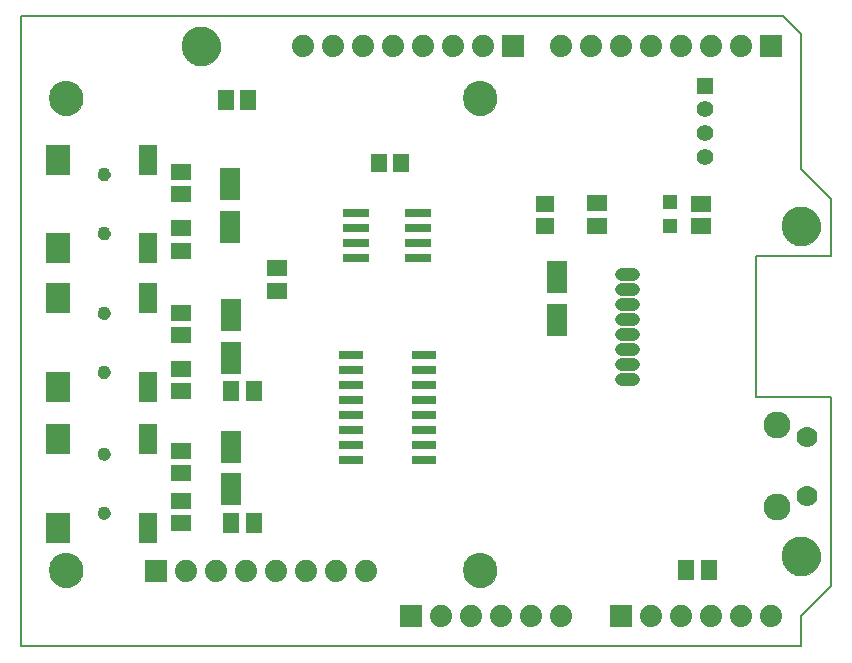
<source format=gts>
G75*
G70*
%OFA0B0*%
%FSLAX24Y24*%
%IPPOS*%
%LPD*%
%AMOC8*
5,1,8,0,0,1.08239X$1,22.5*
%
%ADD10C,0.0000*%
%ADD11C,0.1300*%
%ADD12C,0.0050*%
%ADD13R,0.0740X0.0740*%
%ADD14C,0.0740*%
%ADD15R,0.0631X0.0552*%
%ADD16R,0.0670X0.1064*%
%ADD17C,0.0900*%
%ADD18C,0.0700*%
%ADD19R,0.0552X0.0670*%
%ADD20R,0.0827X0.1024*%
%ADD21R,0.0631X0.1024*%
%ADD22C,0.0434*%
%ADD23R,0.0670X0.0552*%
%ADD24R,0.0555X0.0555*%
%ADD25C,0.0555*%
%ADD26R,0.0840X0.0300*%
%ADD27R,0.0512X0.0512*%
%ADD28C,0.1142*%
%ADD29C,0.0437*%
%ADD30R,0.0906X0.0276*%
%ADD31R,0.0552X0.0631*%
D10*
X004305Y003896D02*
X004307Y003943D01*
X004313Y003989D01*
X004323Y004035D01*
X004336Y004080D01*
X004354Y004123D01*
X004375Y004165D01*
X004399Y004205D01*
X004427Y004242D01*
X004458Y004277D01*
X004492Y004310D01*
X004528Y004339D01*
X004567Y004365D01*
X004608Y004388D01*
X004651Y004407D01*
X004695Y004423D01*
X004740Y004435D01*
X004786Y004443D01*
X004833Y004447D01*
X004879Y004447D01*
X004926Y004443D01*
X004972Y004435D01*
X005017Y004423D01*
X005061Y004407D01*
X005104Y004388D01*
X005145Y004365D01*
X005184Y004339D01*
X005220Y004310D01*
X005254Y004277D01*
X005285Y004242D01*
X005313Y004205D01*
X005337Y004165D01*
X005358Y004123D01*
X005376Y004080D01*
X005389Y004035D01*
X005399Y003989D01*
X005405Y003943D01*
X005407Y003896D01*
X005405Y003849D01*
X005399Y003803D01*
X005389Y003757D01*
X005376Y003712D01*
X005358Y003669D01*
X005337Y003627D01*
X005313Y003587D01*
X005285Y003550D01*
X005254Y003515D01*
X005220Y003482D01*
X005184Y003453D01*
X005145Y003427D01*
X005104Y003404D01*
X005061Y003385D01*
X005017Y003369D01*
X004972Y003357D01*
X004926Y003349D01*
X004879Y003345D01*
X004833Y003345D01*
X004786Y003349D01*
X004740Y003357D01*
X004695Y003369D01*
X004651Y003385D01*
X004608Y003404D01*
X004567Y003427D01*
X004528Y003453D01*
X004492Y003482D01*
X004458Y003515D01*
X004427Y003550D01*
X004399Y003587D01*
X004375Y003627D01*
X004354Y003669D01*
X004336Y003712D01*
X004323Y003757D01*
X004313Y003803D01*
X004307Y003849D01*
X004305Y003896D01*
X005919Y005811D02*
X005921Y005838D01*
X005927Y005865D01*
X005936Y005891D01*
X005949Y005915D01*
X005965Y005938D01*
X005984Y005957D01*
X006006Y005974D01*
X006030Y005988D01*
X006055Y005998D01*
X006082Y006005D01*
X006109Y006008D01*
X006137Y006007D01*
X006164Y006002D01*
X006190Y005994D01*
X006214Y005982D01*
X006237Y005966D01*
X006258Y005948D01*
X006275Y005927D01*
X006290Y005903D01*
X006301Y005878D01*
X006309Y005852D01*
X006313Y005825D01*
X006313Y005797D01*
X006309Y005770D01*
X006301Y005744D01*
X006290Y005719D01*
X006275Y005695D01*
X006258Y005674D01*
X006237Y005656D01*
X006215Y005640D01*
X006190Y005628D01*
X006164Y005620D01*
X006137Y005615D01*
X006109Y005614D01*
X006082Y005617D01*
X006055Y005624D01*
X006030Y005634D01*
X006006Y005648D01*
X005984Y005665D01*
X005965Y005684D01*
X005949Y005707D01*
X005936Y005731D01*
X005927Y005757D01*
X005921Y005784D01*
X005919Y005811D01*
X005919Y007780D02*
X005921Y007807D01*
X005927Y007834D01*
X005936Y007860D01*
X005949Y007884D01*
X005965Y007907D01*
X005984Y007926D01*
X006006Y007943D01*
X006030Y007957D01*
X006055Y007967D01*
X006082Y007974D01*
X006109Y007977D01*
X006137Y007976D01*
X006164Y007971D01*
X006190Y007963D01*
X006214Y007951D01*
X006237Y007935D01*
X006258Y007917D01*
X006275Y007896D01*
X006290Y007872D01*
X006301Y007847D01*
X006309Y007821D01*
X006313Y007794D01*
X006313Y007766D01*
X006309Y007739D01*
X006301Y007713D01*
X006290Y007688D01*
X006275Y007664D01*
X006258Y007643D01*
X006237Y007625D01*
X006215Y007609D01*
X006190Y007597D01*
X006164Y007589D01*
X006137Y007584D01*
X006109Y007583D01*
X006082Y007586D01*
X006055Y007593D01*
X006030Y007603D01*
X006006Y007617D01*
X005984Y007634D01*
X005965Y007653D01*
X005949Y007676D01*
X005936Y007700D01*
X005927Y007726D01*
X005921Y007753D01*
X005919Y007780D01*
X005919Y010501D02*
X005921Y010528D01*
X005927Y010555D01*
X005936Y010581D01*
X005949Y010605D01*
X005965Y010628D01*
X005984Y010647D01*
X006006Y010664D01*
X006030Y010678D01*
X006055Y010688D01*
X006082Y010695D01*
X006109Y010698D01*
X006137Y010697D01*
X006164Y010692D01*
X006190Y010684D01*
X006214Y010672D01*
X006237Y010656D01*
X006258Y010638D01*
X006275Y010617D01*
X006290Y010593D01*
X006301Y010568D01*
X006309Y010542D01*
X006313Y010515D01*
X006313Y010487D01*
X006309Y010460D01*
X006301Y010434D01*
X006290Y010409D01*
X006275Y010385D01*
X006258Y010364D01*
X006237Y010346D01*
X006215Y010330D01*
X006190Y010318D01*
X006164Y010310D01*
X006137Y010305D01*
X006109Y010304D01*
X006082Y010307D01*
X006055Y010314D01*
X006030Y010324D01*
X006006Y010338D01*
X005984Y010355D01*
X005965Y010374D01*
X005949Y010397D01*
X005936Y010421D01*
X005927Y010447D01*
X005921Y010474D01*
X005919Y010501D01*
X005919Y012469D02*
X005921Y012496D01*
X005927Y012523D01*
X005936Y012549D01*
X005949Y012573D01*
X005965Y012596D01*
X005984Y012615D01*
X006006Y012632D01*
X006030Y012646D01*
X006055Y012656D01*
X006082Y012663D01*
X006109Y012666D01*
X006137Y012665D01*
X006164Y012660D01*
X006190Y012652D01*
X006214Y012640D01*
X006237Y012624D01*
X006258Y012606D01*
X006275Y012585D01*
X006290Y012561D01*
X006301Y012536D01*
X006309Y012510D01*
X006313Y012483D01*
X006313Y012455D01*
X006309Y012428D01*
X006301Y012402D01*
X006290Y012377D01*
X006275Y012353D01*
X006258Y012332D01*
X006237Y012314D01*
X006215Y012298D01*
X006190Y012286D01*
X006164Y012278D01*
X006137Y012273D01*
X006109Y012272D01*
X006082Y012275D01*
X006055Y012282D01*
X006030Y012292D01*
X006006Y012306D01*
X005984Y012323D01*
X005965Y012342D01*
X005949Y012365D01*
X005936Y012389D01*
X005927Y012415D01*
X005921Y012442D01*
X005919Y012469D01*
X005919Y015128D02*
X005921Y015155D01*
X005927Y015182D01*
X005936Y015208D01*
X005949Y015232D01*
X005965Y015255D01*
X005984Y015274D01*
X006006Y015291D01*
X006030Y015305D01*
X006055Y015315D01*
X006082Y015322D01*
X006109Y015325D01*
X006137Y015324D01*
X006164Y015319D01*
X006190Y015311D01*
X006214Y015299D01*
X006237Y015283D01*
X006258Y015265D01*
X006275Y015244D01*
X006290Y015220D01*
X006301Y015195D01*
X006309Y015169D01*
X006313Y015142D01*
X006313Y015114D01*
X006309Y015087D01*
X006301Y015061D01*
X006290Y015036D01*
X006275Y015012D01*
X006258Y014991D01*
X006237Y014973D01*
X006215Y014957D01*
X006190Y014945D01*
X006164Y014937D01*
X006137Y014932D01*
X006109Y014931D01*
X006082Y014934D01*
X006055Y014941D01*
X006030Y014951D01*
X006006Y014965D01*
X005984Y014982D01*
X005965Y015001D01*
X005949Y015024D01*
X005936Y015048D01*
X005927Y015074D01*
X005921Y015101D01*
X005919Y015128D01*
X005919Y017096D02*
X005921Y017123D01*
X005927Y017150D01*
X005936Y017176D01*
X005949Y017200D01*
X005965Y017223D01*
X005984Y017242D01*
X006006Y017259D01*
X006030Y017273D01*
X006055Y017283D01*
X006082Y017290D01*
X006109Y017293D01*
X006137Y017292D01*
X006164Y017287D01*
X006190Y017279D01*
X006214Y017267D01*
X006237Y017251D01*
X006258Y017233D01*
X006275Y017212D01*
X006290Y017188D01*
X006301Y017163D01*
X006309Y017137D01*
X006313Y017110D01*
X006313Y017082D01*
X006309Y017055D01*
X006301Y017029D01*
X006290Y017004D01*
X006275Y016980D01*
X006258Y016959D01*
X006237Y016941D01*
X006215Y016925D01*
X006190Y016913D01*
X006164Y016905D01*
X006137Y016900D01*
X006109Y016899D01*
X006082Y016902D01*
X006055Y016909D01*
X006030Y016919D01*
X006006Y016933D01*
X005984Y016950D01*
X005965Y016969D01*
X005949Y016992D01*
X005936Y017016D01*
X005927Y017042D01*
X005921Y017069D01*
X005919Y017096D01*
X004305Y019629D02*
X004307Y019676D01*
X004313Y019722D01*
X004323Y019768D01*
X004336Y019813D01*
X004354Y019856D01*
X004375Y019898D01*
X004399Y019938D01*
X004427Y019975D01*
X004458Y020010D01*
X004492Y020043D01*
X004528Y020072D01*
X004567Y020098D01*
X004608Y020121D01*
X004651Y020140D01*
X004695Y020156D01*
X004740Y020168D01*
X004786Y020176D01*
X004833Y020180D01*
X004879Y020180D01*
X004926Y020176D01*
X004972Y020168D01*
X005017Y020156D01*
X005061Y020140D01*
X005104Y020121D01*
X005145Y020098D01*
X005184Y020072D01*
X005220Y020043D01*
X005254Y020010D01*
X005285Y019975D01*
X005313Y019938D01*
X005337Y019898D01*
X005358Y019856D01*
X005376Y019813D01*
X005389Y019768D01*
X005399Y019722D01*
X005405Y019676D01*
X005407Y019629D01*
X005405Y019582D01*
X005399Y019536D01*
X005389Y019490D01*
X005376Y019445D01*
X005358Y019402D01*
X005337Y019360D01*
X005313Y019320D01*
X005285Y019283D01*
X005254Y019248D01*
X005220Y019215D01*
X005184Y019186D01*
X005145Y019160D01*
X005104Y019137D01*
X005061Y019118D01*
X005017Y019102D01*
X004972Y019090D01*
X004926Y019082D01*
X004879Y019078D01*
X004833Y019078D01*
X004786Y019082D01*
X004740Y019090D01*
X004695Y019102D01*
X004651Y019118D01*
X004608Y019137D01*
X004567Y019160D01*
X004528Y019186D01*
X004492Y019215D01*
X004458Y019248D01*
X004427Y019283D01*
X004399Y019320D01*
X004375Y019360D01*
X004354Y019402D01*
X004336Y019445D01*
X004323Y019490D01*
X004313Y019536D01*
X004307Y019582D01*
X004305Y019629D01*
X008730Y021360D02*
X008732Y021410D01*
X008738Y021460D01*
X008748Y021509D01*
X008762Y021557D01*
X008779Y021604D01*
X008800Y021649D01*
X008825Y021693D01*
X008853Y021734D01*
X008885Y021773D01*
X008919Y021810D01*
X008956Y021844D01*
X008996Y021874D01*
X009038Y021901D01*
X009082Y021925D01*
X009128Y021946D01*
X009175Y021962D01*
X009223Y021975D01*
X009273Y021984D01*
X009322Y021989D01*
X009373Y021990D01*
X009423Y021987D01*
X009472Y021980D01*
X009521Y021969D01*
X009569Y021954D01*
X009615Y021936D01*
X009660Y021914D01*
X009703Y021888D01*
X009744Y021859D01*
X009783Y021827D01*
X009819Y021792D01*
X009851Y021754D01*
X009881Y021714D01*
X009908Y021671D01*
X009931Y021627D01*
X009950Y021581D01*
X009966Y021533D01*
X009978Y021484D01*
X009986Y021435D01*
X009990Y021385D01*
X009990Y021335D01*
X009986Y021285D01*
X009978Y021236D01*
X009966Y021187D01*
X009950Y021139D01*
X009931Y021093D01*
X009908Y021049D01*
X009881Y021006D01*
X009851Y020966D01*
X009819Y020928D01*
X009783Y020893D01*
X009744Y020861D01*
X009703Y020832D01*
X009660Y020806D01*
X009615Y020784D01*
X009569Y020766D01*
X009521Y020751D01*
X009472Y020740D01*
X009423Y020733D01*
X009373Y020730D01*
X009322Y020731D01*
X009273Y020736D01*
X009223Y020745D01*
X009175Y020758D01*
X009128Y020774D01*
X009082Y020795D01*
X009038Y020819D01*
X008996Y020846D01*
X008956Y020876D01*
X008919Y020910D01*
X008885Y020947D01*
X008853Y020986D01*
X008825Y021027D01*
X008800Y021071D01*
X008779Y021116D01*
X008762Y021163D01*
X008748Y021211D01*
X008738Y021260D01*
X008732Y021310D01*
X008730Y021360D01*
X018104Y019629D02*
X018106Y019676D01*
X018112Y019722D01*
X018122Y019768D01*
X018135Y019813D01*
X018153Y019856D01*
X018174Y019898D01*
X018198Y019938D01*
X018226Y019975D01*
X018257Y020010D01*
X018291Y020043D01*
X018327Y020072D01*
X018366Y020098D01*
X018407Y020121D01*
X018450Y020140D01*
X018494Y020156D01*
X018539Y020168D01*
X018585Y020176D01*
X018632Y020180D01*
X018678Y020180D01*
X018725Y020176D01*
X018771Y020168D01*
X018816Y020156D01*
X018860Y020140D01*
X018903Y020121D01*
X018944Y020098D01*
X018983Y020072D01*
X019019Y020043D01*
X019053Y020010D01*
X019084Y019975D01*
X019112Y019938D01*
X019136Y019898D01*
X019157Y019856D01*
X019175Y019813D01*
X019188Y019768D01*
X019198Y019722D01*
X019204Y019676D01*
X019206Y019629D01*
X019204Y019582D01*
X019198Y019536D01*
X019188Y019490D01*
X019175Y019445D01*
X019157Y019402D01*
X019136Y019360D01*
X019112Y019320D01*
X019084Y019283D01*
X019053Y019248D01*
X019019Y019215D01*
X018983Y019186D01*
X018944Y019160D01*
X018903Y019137D01*
X018860Y019118D01*
X018816Y019102D01*
X018771Y019090D01*
X018725Y019082D01*
X018678Y019078D01*
X018632Y019078D01*
X018585Y019082D01*
X018539Y019090D01*
X018494Y019102D01*
X018450Y019118D01*
X018407Y019137D01*
X018366Y019160D01*
X018327Y019186D01*
X018291Y019215D01*
X018257Y019248D01*
X018226Y019283D01*
X018198Y019320D01*
X018174Y019360D01*
X018153Y019402D01*
X018135Y019445D01*
X018122Y019490D01*
X018112Y019536D01*
X018106Y019582D01*
X018104Y019629D01*
X028730Y015360D02*
X028732Y015410D01*
X028738Y015460D01*
X028748Y015509D01*
X028762Y015557D01*
X028779Y015604D01*
X028800Y015649D01*
X028825Y015693D01*
X028853Y015734D01*
X028885Y015773D01*
X028919Y015810D01*
X028956Y015844D01*
X028996Y015874D01*
X029038Y015901D01*
X029082Y015925D01*
X029128Y015946D01*
X029175Y015962D01*
X029223Y015975D01*
X029273Y015984D01*
X029322Y015989D01*
X029373Y015990D01*
X029423Y015987D01*
X029472Y015980D01*
X029521Y015969D01*
X029569Y015954D01*
X029615Y015936D01*
X029660Y015914D01*
X029703Y015888D01*
X029744Y015859D01*
X029783Y015827D01*
X029819Y015792D01*
X029851Y015754D01*
X029881Y015714D01*
X029908Y015671D01*
X029931Y015627D01*
X029950Y015581D01*
X029966Y015533D01*
X029978Y015484D01*
X029986Y015435D01*
X029990Y015385D01*
X029990Y015335D01*
X029986Y015285D01*
X029978Y015236D01*
X029966Y015187D01*
X029950Y015139D01*
X029931Y015093D01*
X029908Y015049D01*
X029881Y015006D01*
X029851Y014966D01*
X029819Y014928D01*
X029783Y014893D01*
X029744Y014861D01*
X029703Y014832D01*
X029660Y014806D01*
X029615Y014784D01*
X029569Y014766D01*
X029521Y014751D01*
X029472Y014740D01*
X029423Y014733D01*
X029373Y014730D01*
X029322Y014731D01*
X029273Y014736D01*
X029223Y014745D01*
X029175Y014758D01*
X029128Y014774D01*
X029082Y014795D01*
X029038Y014819D01*
X028996Y014846D01*
X028956Y014876D01*
X028919Y014910D01*
X028885Y014947D01*
X028853Y014986D01*
X028825Y015027D01*
X028800Y015071D01*
X028779Y015116D01*
X028762Y015163D01*
X028748Y015211D01*
X028738Y015260D01*
X028732Y015310D01*
X028730Y015360D01*
X028730Y004360D02*
X028732Y004410D01*
X028738Y004460D01*
X028748Y004509D01*
X028762Y004557D01*
X028779Y004604D01*
X028800Y004649D01*
X028825Y004693D01*
X028853Y004734D01*
X028885Y004773D01*
X028919Y004810D01*
X028956Y004844D01*
X028996Y004874D01*
X029038Y004901D01*
X029082Y004925D01*
X029128Y004946D01*
X029175Y004962D01*
X029223Y004975D01*
X029273Y004984D01*
X029322Y004989D01*
X029373Y004990D01*
X029423Y004987D01*
X029472Y004980D01*
X029521Y004969D01*
X029569Y004954D01*
X029615Y004936D01*
X029660Y004914D01*
X029703Y004888D01*
X029744Y004859D01*
X029783Y004827D01*
X029819Y004792D01*
X029851Y004754D01*
X029881Y004714D01*
X029908Y004671D01*
X029931Y004627D01*
X029950Y004581D01*
X029966Y004533D01*
X029978Y004484D01*
X029986Y004435D01*
X029990Y004385D01*
X029990Y004335D01*
X029986Y004285D01*
X029978Y004236D01*
X029966Y004187D01*
X029950Y004139D01*
X029931Y004093D01*
X029908Y004049D01*
X029881Y004006D01*
X029851Y003966D01*
X029819Y003928D01*
X029783Y003893D01*
X029744Y003861D01*
X029703Y003832D01*
X029660Y003806D01*
X029615Y003784D01*
X029569Y003766D01*
X029521Y003751D01*
X029472Y003740D01*
X029423Y003733D01*
X029373Y003730D01*
X029322Y003731D01*
X029273Y003736D01*
X029223Y003745D01*
X029175Y003758D01*
X029128Y003774D01*
X029082Y003795D01*
X029038Y003819D01*
X028996Y003846D01*
X028956Y003876D01*
X028919Y003910D01*
X028885Y003947D01*
X028853Y003986D01*
X028825Y004027D01*
X028800Y004071D01*
X028779Y004116D01*
X028762Y004163D01*
X028748Y004211D01*
X028738Y004260D01*
X028732Y004310D01*
X028730Y004360D01*
X018104Y003896D02*
X018106Y003943D01*
X018112Y003989D01*
X018122Y004035D01*
X018135Y004080D01*
X018153Y004123D01*
X018174Y004165D01*
X018198Y004205D01*
X018226Y004242D01*
X018257Y004277D01*
X018291Y004310D01*
X018327Y004339D01*
X018366Y004365D01*
X018407Y004388D01*
X018450Y004407D01*
X018494Y004423D01*
X018539Y004435D01*
X018585Y004443D01*
X018632Y004447D01*
X018678Y004447D01*
X018725Y004443D01*
X018771Y004435D01*
X018816Y004423D01*
X018860Y004407D01*
X018903Y004388D01*
X018944Y004365D01*
X018983Y004339D01*
X019019Y004310D01*
X019053Y004277D01*
X019084Y004242D01*
X019112Y004205D01*
X019136Y004165D01*
X019157Y004123D01*
X019175Y004080D01*
X019188Y004035D01*
X019198Y003989D01*
X019204Y003943D01*
X019206Y003896D01*
X019204Y003849D01*
X019198Y003803D01*
X019188Y003757D01*
X019175Y003712D01*
X019157Y003669D01*
X019136Y003627D01*
X019112Y003587D01*
X019084Y003550D01*
X019053Y003515D01*
X019019Y003482D01*
X018983Y003453D01*
X018944Y003427D01*
X018903Y003404D01*
X018860Y003385D01*
X018816Y003369D01*
X018771Y003357D01*
X018725Y003349D01*
X018678Y003345D01*
X018632Y003345D01*
X018585Y003349D01*
X018539Y003357D01*
X018494Y003369D01*
X018450Y003385D01*
X018407Y003404D01*
X018366Y003427D01*
X018327Y003453D01*
X018291Y003482D01*
X018257Y003515D01*
X018226Y003550D01*
X018198Y003587D01*
X018174Y003627D01*
X018153Y003669D01*
X018135Y003712D01*
X018122Y003757D01*
X018112Y003803D01*
X018106Y003849D01*
X018104Y003896D01*
D11*
X029360Y004360D03*
X029360Y015360D03*
X009360Y021360D03*
D12*
X003360Y001360D02*
X029360Y001360D01*
X029360Y002360D01*
X030360Y003360D01*
X030360Y009660D01*
X027860Y009660D01*
X027860Y014360D01*
X030360Y014360D01*
X030360Y016260D01*
X029360Y017260D01*
X029360Y021760D01*
X028760Y022360D01*
X003360Y022360D01*
X003360Y001360D01*
D13*
X007843Y003873D03*
X016360Y002360D03*
X023360Y002360D03*
X019760Y021360D03*
X028360Y021360D03*
D14*
X027360Y021360D03*
X026360Y021360D03*
X025360Y021360D03*
X024360Y021360D03*
X023360Y021360D03*
X022360Y021360D03*
X021360Y021360D03*
X018760Y021360D03*
X017760Y021360D03*
X016760Y021360D03*
X015760Y021360D03*
X014760Y021360D03*
X013760Y021360D03*
X012760Y021360D03*
X012843Y003873D03*
X013843Y003873D03*
X014843Y003873D03*
X017360Y002360D03*
X018360Y002360D03*
X019360Y002360D03*
X020360Y002360D03*
X021360Y002360D03*
X024360Y002360D03*
X025360Y002360D03*
X026360Y002360D03*
X027360Y002360D03*
X028360Y002360D03*
X011843Y003873D03*
X010843Y003873D03*
X009843Y003873D03*
X008843Y003873D03*
D15*
X020810Y015361D03*
X020810Y016109D03*
D16*
X021219Y013668D03*
X021219Y012250D03*
X010360Y012408D03*
X010360Y010990D03*
X010360Y008014D03*
X010360Y006596D03*
X010311Y015349D03*
X010311Y016766D03*
D17*
X028563Y008750D03*
X028563Y005995D03*
D18*
X029548Y006388D03*
X029548Y008357D03*
D19*
X026283Y003921D03*
X025535Y003921D03*
X011109Y005479D03*
X010361Y005479D03*
X010361Y009860D03*
X011109Y009860D03*
X010934Y019560D03*
X010186Y019560D03*
D20*
X004608Y017588D03*
X004608Y014636D03*
X004608Y012961D03*
X004608Y010009D03*
X004608Y008272D03*
X004608Y005319D03*
D21*
X007592Y005319D03*
X007592Y008272D03*
X007592Y010009D03*
X007592Y012961D03*
X007592Y014636D03*
X007592Y017588D03*
D22*
X006116Y017096D03*
X006116Y015128D03*
X006116Y012469D03*
X006116Y010501D03*
X006116Y007780D03*
X006116Y005811D03*
D23*
X008679Y005467D03*
X008679Y006215D03*
X008679Y007132D03*
X008679Y007880D03*
X008679Y009861D03*
X008679Y010609D03*
X008679Y011740D03*
X008679Y012488D03*
X008679Y014550D03*
X008679Y015298D03*
X008679Y016429D03*
X008679Y017177D03*
X011905Y013959D03*
X011905Y013211D03*
X022560Y015386D03*
X022560Y016134D03*
X026020Y016124D03*
X026020Y015376D03*
D24*
X026173Y020048D03*
D25*
X026173Y019260D03*
X026173Y018473D03*
X026173Y017685D03*
D26*
X016784Y011089D03*
X016784Y010589D03*
X016784Y010089D03*
X016784Y009589D03*
X016784Y009089D03*
X016784Y008589D03*
X016784Y008089D03*
X016784Y007589D03*
X014364Y007589D03*
X014364Y008089D03*
X014364Y008589D03*
X014364Y009089D03*
X014364Y009589D03*
X014364Y010089D03*
X014364Y010589D03*
X014364Y011089D03*
D27*
X025003Y015363D03*
X025003Y016190D03*
D28*
X018655Y019629D03*
X004856Y019629D03*
X004856Y003896D03*
X018655Y003896D03*
D29*
X023363Y010260D02*
X023760Y010260D01*
X023760Y010760D02*
X023363Y010760D01*
X023363Y011260D02*
X023760Y011260D01*
X023760Y011760D02*
X023363Y011760D01*
X023363Y012260D02*
X023760Y012260D01*
X023760Y012760D02*
X023363Y012760D01*
X023363Y013260D02*
X023760Y013260D01*
X023760Y013760D02*
X023363Y013760D01*
D30*
X016584Y014310D03*
X016584Y014810D03*
X016584Y015310D03*
X016584Y015810D03*
X014536Y015810D03*
X014536Y015310D03*
X014536Y014810D03*
X014536Y014310D03*
D31*
X015286Y017460D03*
X016034Y017460D03*
M02*

</source>
